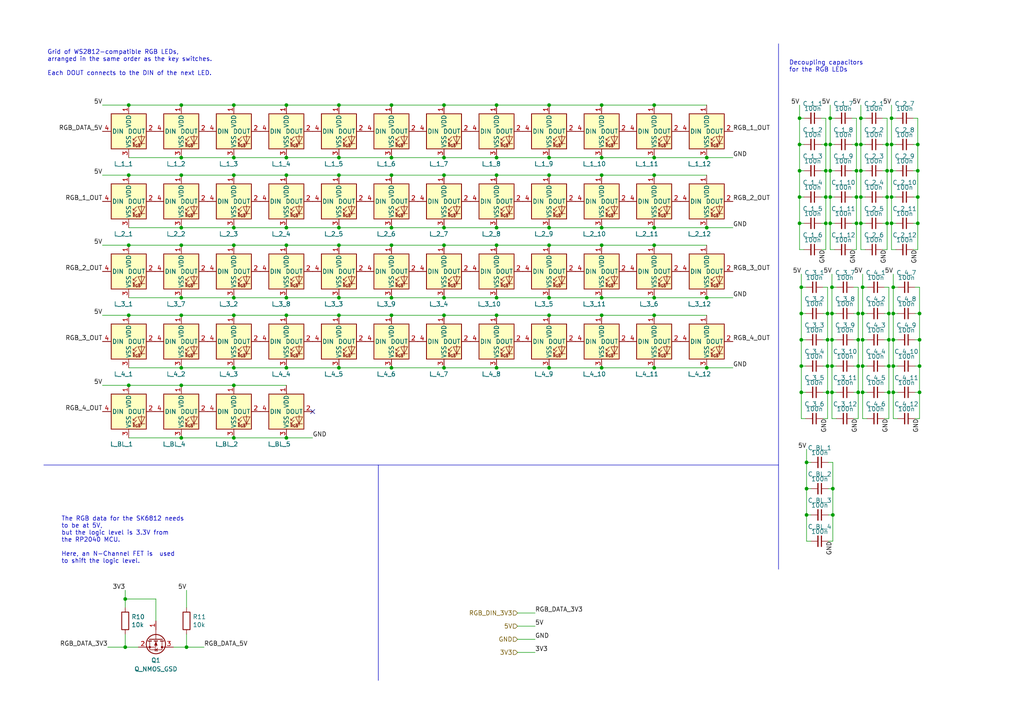
<source format=kicad_sch>
(kicad_sch (version 20230121) (generator eeschema)
  (paper "A4")
  (title_block (title "PyKey40 RP2040") (date "2023-11-06") (rev "2023.1") (company "Richard Goulter"))
  (junction (at 204.978 106.68))
  (junction (at 257.81 90.932))
  (junction (at 258.572 57.15))
  (junction (at 174.498 91.44))
  (junction (at 52.578 91.44))
  (junction (at 257.302 49.53))
  (junction (at 67.818 111.76))
  (junction (at 248.412 64.77))
  (junction (at 128.778 71.12))
  (junction (at 98.298 86.36))
  (junction (at 128.778 50.8))
  (junction (at 52.578 45.72))
  (junction (at 240.03 98.552))
  (junction (at 52.578 106.68))
  (junction (at 266.192 57.15))
  (junction (at 52.578 86.36))
  (junction (at 249.682 41.91))
  (junction (at 54.102 187.706))
  (junction (at 257.81 106.172))
  (junction (at 52.578 127))
  (junction (at 239.522 41.91))
  (junction (at 144.018 71.12))
  (junction (at 239.522 49.53))
  (junction (at 258.572 64.77))
  (junction (at 250.19 113.792))
  (junction (at 174.498 50.8))
  (junction (at 113.538 86.36))
  (junction (at 259.08 83.312))
  (junction (at 231.902 49.53))
  (junction (at 249.682 34.29))
  (junction (at 189.738 66.04))
  (junction (at 239.522 64.77))
  (junction (at 257.81 113.792))
  (junction (at 232.41 113.792))
  (junction (at 241.554 149.352))
  (junction (at 241.3 83.312))
  (junction (at 231.902 64.77))
  (junction (at 248.412 57.15))
  (junction (at 231.902 34.29))
  (junction (at 239.522 57.15))
  (junction (at 189.738 50.8))
  (junction (at 144.018 106.68))
  (junction (at 240.03 90.932))
  (junction (at 232.41 83.312))
  (junction (at 98.298 106.68))
  (junction (at 257.81 98.552))
  (junction (at 266.7 106.172))
  (junction (at 204.978 45.72))
  (junction (at 144.018 45.72))
  (junction (at 248.92 90.932))
  (junction (at 128.778 91.44))
  (junction (at 240.03 106.172))
  (junction (at 259.08 98.552))
  (junction (at 250.19 83.312))
  (junction (at 204.978 66.04))
  (junction (at 83.058 91.44))
  (junction (at 248.92 106.172))
  (junction (at 159.258 106.68))
  (junction (at 67.818 86.36))
  (junction (at 128.778 66.04))
  (junction (at 67.818 30.48))
  (junction (at 174.498 66.04))
  (junction (at 128.778 45.72))
  (junction (at 250.19 90.932))
  (junction (at 189.738 91.44))
  (junction (at 98.298 91.44))
  (junction (at 98.298 45.72))
  (junction (at 232.41 98.552))
  (junction (at 67.818 91.44))
  (junction (at 266.7 90.932))
  (junction (at 258.572 34.29))
  (junction (at 128.778 86.36))
  (junction (at 231.902 41.91))
  (junction (at 37.338 111.76))
  (junction (at 189.738 106.68))
  (junction (at 189.738 86.36))
  (junction (at 232.41 106.172))
  (junction (at 83.058 30.48))
  (junction (at 241.3 98.552))
  (junction (at 204.978 86.36))
  (junction (at 113.538 71.12))
  (junction (at 174.498 30.48))
  (junction (at 174.498 106.68))
  (junction (at 113.538 91.44))
  (junction (at 248.92 113.792))
  (junction (at 240.792 34.29))
  (junction (at 266.192 49.53))
  (junction (at 240.792 49.53))
  (junction (at 37.338 50.8))
  (junction (at 189.738 30.48))
  (junction (at 174.498 86.36))
  (junction (at 83.058 86.36))
  (junction (at 37.338 30.48))
  (junction (at 266.192 41.91))
  (junction (at 113.538 45.72))
  (junction (at 144.018 66.04))
  (junction (at 83.058 66.04))
  (junction (at 113.538 66.04))
  (junction (at 83.058 45.72))
  (junction (at 240.792 64.77))
  (junction (at 257.302 64.77))
  (junction (at 241.3 106.172))
  (junction (at 67.818 50.8))
  (junction (at 159.258 66.04))
  (junction (at 249.682 49.53))
  (junction (at 232.41 90.932))
  (junction (at 240.03 113.792))
  (junction (at 241.3 113.792))
  (junction (at 159.258 86.36))
  (junction (at 144.018 30.48))
  (junction (at 249.682 57.15))
  (junction (at 37.338 91.44))
  (junction (at 52.578 30.48))
  (junction (at 248.412 49.53))
  (junction (at 37.338 71.12))
  (junction (at 189.738 45.72))
  (junction (at 233.934 149.352))
  (junction (at 52.578 111.76))
  (junction (at 159.258 71.12))
  (junction (at 266.7 98.552))
  (junction (at 257.302 41.91))
  (junction (at 258.572 41.91))
  (junction (at 174.498 71.12))
  (junction (at 144.018 86.36))
  (junction (at 113.538 30.48))
  (junction (at 83.058 71.12))
  (junction (at 52.578 50.8))
  (junction (at 52.578 71.12))
  (junction (at 266.192 64.77))
  (junction (at 259.08 90.932))
  (junction (at 67.818 127))
  (junction (at 98.298 30.48))
  (junction (at 248.412 41.91))
  (junction (at 159.258 45.72))
  (junction (at 144.018 50.8))
  (junction (at 83.058 106.68))
  (junction (at 159.258 30.48))
  (junction (at 159.258 91.44))
  (junction (at 259.08 113.792))
  (junction (at 67.818 71.12))
  (junction (at 52.578 66.04))
  (junction (at 241.554 141.732))
  (junction (at 259.08 106.172))
  (junction (at 240.792 41.91))
  (junction (at 36.322 187.706))
  (junction (at 231.902 57.15))
  (junction (at 98.298 71.12))
  (junction (at 233.934 134.112))
  (junction (at 83.058 50.8))
  (junction (at 128.778 30.48))
  (junction (at 128.778 106.68))
  (junction (at 144.018 91.44))
  (junction (at 174.498 45.72))
  (junction (at 189.738 71.12))
  (junction (at 67.818 66.04))
  (junction (at 266.7 113.792))
  (junction (at 257.302 57.15))
  (junction (at 250.19 106.172))
  (junction (at 113.538 106.68))
  (junction (at 258.572 49.53))
  (junction (at 249.682 64.77))
  (junction (at 240.792 57.15))
  (junction (at 67.818 106.68))
  (junction (at 67.818 45.72))
  (junction (at 98.298 50.8))
  (junction (at 36.322 173.736))
  (junction (at 159.258 50.8))
  (junction (at 248.92 98.552))
  (junction (at 233.934 141.732))
  (junction (at 83.058 127))
  (junction (at 241.3 90.932))
  (junction (at 98.298 66.04))
  (junction (at 250.19 98.552))
  (junction (at 113.538 50.8))
  (no_connect (at 90.678 119.38))
  (wire (pts (xy 266.7 113.792) (xy 266.7 121.412)))
  (wire (pts (xy 231.902 57.15) (xy 231.902 49.53)))
  (wire (pts (xy 249.682 64.77) (xy 249.682 57.15)))
  (wire (pts (xy 259.08 113.792) (xy 259.08 106.172)))
  (wire (pts (xy 67.818 111.76) (xy 83.058 111.76)))
  (wire (pts (xy 257.81 106.172) (xy 257.81 113.792)))
  (wire (pts (xy 98.298 86.36) (xy 113.538 86.36)))
  (wire (pts (xy 113.538 30.48) (xy 128.778 30.48)))
  (wire (pts (xy 37.338 66.04) (xy 52.578 66.04)))
  (wire (pts (xy 174.498 86.36) (xy 189.738 86.36)))
  (wire (pts (xy 232.41 113.792) (xy 233.68 113.792)))
  (wire (pts (xy 247.142 41.91) (xy 248.412 41.91)))
  (wire (pts (xy 264.922 49.53) (xy 266.192 49.53)))
  (wire (pts (xy 258.572 34.29) (xy 259.842 34.29)))
  (wire (pts (xy 257.81 113.792) (xy 256.54 113.792)))
  (wire (pts (xy 257.81 98.552) (xy 257.81 106.172)))
  (wire (pts (xy 113.538 45.72) (xy 128.778 45.72)))
  (wire (pts (xy 241.554 141.732) (xy 241.554 149.352)))
  (wire (pts (xy 242.062 72.39) (xy 240.792 72.39)))
  (wire (pts (xy 67.818 127) (xy 83.058 127)))
  (wire (pts (xy 159.258 106.68) (xy 174.498 106.68)))
  (wire (pts (xy 256.54 83.312) (xy 257.81 83.312)))
  (wire (pts (xy 67.818 45.72) (xy 83.058 45.72)))
  (wire (pts (xy 241.554 156.972) (xy 240.284 156.972)))
  (wire (pts (xy 37.338 71.12) (xy 52.578 71.12)))
  (wire (pts (xy 248.92 113.792) (xy 247.65 113.792)))
  (wire (pts (xy 239.522 57.15) (xy 239.522 64.77)))
  (wire (pts (xy 232.41 98.552) (xy 232.41 90.932)))
  (wire (pts (xy 258.572 72.39) (xy 258.572 64.77)))
  (wire (pts (xy 233.934 130.302) (xy 233.934 134.112)))
  (wire (pts (xy 259.08 106.172) (xy 260.35 106.172)))
  (wire (pts (xy 241.3 79.502) (xy 241.3 83.312)))
  (wire (pts (xy 231.902 72.39) (xy 231.902 64.77)))
  (wire (pts (xy 257.81 113.792) (xy 257.81 121.412)))
  (wire (pts (xy 159.258 71.12) (xy 174.498 71.12)))
  (wire (pts (xy 240.03 106.172) (xy 240.03 113.792)))
  (wire (pts (xy 240.03 90.932) (xy 240.03 98.552)))
  (wire (pts (xy 45.212 173.736) (xy 45.212 180.086)))
  (wire (pts (xy 113.538 86.36) (xy 128.778 86.36)))
  (wire (pts (xy 52.578 106.68) (xy 67.818 106.68)))
  (wire (pts (xy 144.018 50.8) (xy 159.258 50.8)))
  (wire (pts (xy 266.192 34.29) (xy 264.922 34.29)))
  (wire (pts (xy 174.498 91.44) (xy 189.738 91.44)))
  (wire (pts (xy 266.7 98.552) (xy 266.7 90.932)))
  (wire (pts (xy 266.7 113.792) (xy 265.43 113.792)))
  (wire (pts (xy 159.258 86.36) (xy 174.498 86.36)))
  (wire (pts (xy 204.978 106.68) (xy 212.598 106.68)))
  (wire (pts (xy 266.7 90.932) (xy 266.7 83.312)))
  (wire (pts (xy 247.142 49.53) (xy 248.412 49.53)))
  (wire (pts (xy 36.322 173.736) (xy 45.212 173.736)))
  (wire (pts (xy 29.718 111.76) (xy 37.338 111.76)))
  (wire (pts (xy 250.19 106.172) (xy 250.19 98.552)))
  (wire (pts (xy 29.718 71.12) (xy 37.338 71.12)))
  (wire (pts (xy 258.572 57.15) (xy 258.572 49.53)))
  (wire (pts (xy 144.018 66.04) (xy 159.258 66.04)))
  (wire (pts (xy 240.792 34.29) (xy 242.062 34.29)))
  (wire (pts (xy 159.258 66.04) (xy 174.498 66.04)))
  (wire (pts (xy 98.298 71.12) (xy 113.538 71.12)))
  (wire (pts (xy 248.412 41.91) (xy 248.412 34.29)))
  (wire (pts (xy 231.902 49.53) (xy 233.172 49.53)))
  (wire (pts (xy 52.578 127) (xy 67.818 127)))
  (wire (pts (xy 240.792 41.91) (xy 242.062 41.91)))
  (wire (pts (xy 248.412 64.77) (xy 247.142 64.77)))
  (wire (pts (xy 98.298 30.48) (xy 113.538 30.48)))
  (wire (pts (xy 265.43 90.932) (xy 266.7 90.932)))
  (wire (pts (xy 98.298 45.72) (xy 113.538 45.72)))
  (wire (pts (xy 231.902 30.48) (xy 231.902 34.29)))
  (wire (pts (xy 249.682 49.53) (xy 249.682 41.91)))
  (wire (pts (xy 266.7 83.312) (xy 265.43 83.312)))
  (wire (pts (xy 258.572 64.77) (xy 258.572 57.15)))
  (wire (pts (xy 144.018 71.12) (xy 159.258 71.12)))
  (wire (pts (xy 266.192 49.53) (xy 266.192 57.15)))
  (wire (pts (xy 248.92 98.552) (xy 248.92 90.932)))
  (wire (pts (xy 250.19 113.792) (xy 250.19 106.172)))
  (wire (pts (xy 248.412 49.53) (xy 248.412 57.15)))
  (wire (pts (xy 250.19 90.932) (xy 250.19 83.312)))
  (wire (pts (xy 189.738 71.12) (xy 204.978 71.12)))
  (wire (pts (xy 240.03 83.312) (xy 240.03 90.932)))
  (wire (pts (xy 36.322 171.196) (xy 36.322 173.736)))
  (wire (pts (xy 37.338 50.8) (xy 52.578 50.8)))
  (wire (pts (xy 249.682 57.15) (xy 249.682 49.53)))
  (wire (pts (xy 248.92 121.412) (xy 247.65 121.412)))
  (wire (pts (xy 98.298 106.68) (xy 113.538 106.68)))
  (wire (pts (xy 241.554 134.112) (xy 241.554 141.732)))
  (wire (pts (xy 248.92 106.172) (xy 248.92 113.792)))
  (wire (pts (xy 240.792 64.77) (xy 240.792 57.15)))
  (wire (pts (xy 257.302 41.91) (xy 257.302 49.53)))
  (wire (pts (xy 150.114 185.42) (xy 155.194 185.42)))
  (wire (pts (xy 250.19 113.792) (xy 251.46 113.792)))
  (wire (pts (xy 231.902 72.39) (xy 233.172 72.39)))
  (wire (pts (xy 159.258 91.44) (xy 174.498 91.44)))
  (wire (pts (xy 36.322 187.706) (xy 31.242 187.706)))
  (wire (pts (xy 233.934 141.732) (xy 233.934 134.112)))
  (wire (pts (xy 189.738 50.8) (xy 204.978 50.8)))
  (wire (pts (xy 83.058 50.8) (xy 98.298 50.8)))
  (wire (pts (xy 239.522 41.91) (xy 238.252 41.91)))
  (wire (pts (xy 83.058 106.68) (xy 98.298 106.68)))
  (wire (pts (xy 98.298 91.44) (xy 113.538 91.44)))
  (wire (pts (xy 239.522 72.39) (xy 238.252 72.39)))
  (wire (pts (xy 67.818 106.68) (xy 83.058 106.68)))
  (wire (pts (xy 239.522 41.91) (xy 239.522 49.53)))
  (wire (pts (xy 128.778 66.04) (xy 144.018 66.04)))
  (wire (pts (xy 232.41 121.412) (xy 233.68 121.412)))
  (wire (pts (xy 249.682 64.77) (xy 250.952 64.77)))
  (wire (pts (xy 250.19 121.412) (xy 251.46 121.412)))
  (wire (pts (xy 266.192 57.15) (xy 266.192 64.77)))
  (wire (pts (xy 128.778 50.8) (xy 144.018 50.8)))
  (wire (pts (xy 240.03 98.552) (xy 240.03 106.172)))
  (wire (pts (xy 247.65 98.552) (xy 248.92 98.552)))
  (wire (pts (xy 266.7 121.412) (xy 265.43 121.412)))
  (wire (pts (xy 256.032 34.29) (xy 257.302 34.29)))
  (wire (pts (xy 174.498 71.12) (xy 189.738 71.12)))
  (wire (pts (xy 257.302 64.77) (xy 257.302 72.39)))
  (wire (pts (xy 232.41 90.932) (xy 232.41 83.312)))
  (wire (pts (xy 248.92 98.552) (xy 248.92 106.172)))
  (wire (pts (xy 67.818 30.48) (xy 83.058 30.48)))
  (wire (pts (xy 259.08 90.932) (xy 259.08 83.312)))
  (wire (pts (xy 159.258 30.48) (xy 174.498 30.48)))
  (wire (pts (xy 83.058 71.12) (xy 98.298 71.12)))
  (wire (pts (xy 258.572 49.53) (xy 259.842 49.53)))
  (wire (pts (xy 37.338 30.48) (xy 52.578 30.48)))
  (wire (pts (xy 54.102 171.196) (xy 54.102 176.276)))
  (wire (pts (xy 189.738 30.48) (xy 204.978 30.48)))
  (wire (pts (xy 144.018 91.44) (xy 159.258 91.44)))
  (wire (pts (xy 257.81 83.312) (xy 257.81 90.932)))
  (wire (pts (xy 250.19 121.412) (xy 250.19 113.792)))
  (wire (pts (xy 239.522 49.53) (xy 239.522 57.15)))
  (wire (pts (xy 144.018 106.68) (xy 159.258 106.68)))
  (wire (pts (xy 265.43 98.552) (xy 266.7 98.552)))
  (wire (pts (xy 240.03 90.932) (xy 238.76 90.932)))
  (wire (pts (xy 231.902 34.29) (xy 233.172 34.29)))
  (wire (pts (xy 37.338 106.68) (xy 52.578 106.68)))
  (wire (pts (xy 259.08 98.552) (xy 259.08 90.932)))
  (wire (pts (xy 240.792 64.77) (xy 242.062 64.77)))
  (wire (pts (xy 37.338 45.72) (xy 52.578 45.72)))
  (wire (pts (xy 258.572 41.91) (xy 259.842 41.91)))
  (wire (pts (xy 54.102 187.706) (xy 54.102 183.896)))
  (wire (pts (xy 241.554 149.352) (xy 241.554 156.972)))
  (wire (pts (xy 258.572 49.53) (xy 258.572 41.91)))
  (wire (pts (xy 241.554 141.732) (xy 240.284 141.732)))
  (wire (pts (xy 150.114 177.8) (xy 155.194 177.8)))
  (wire (pts (xy 257.302 41.91) (xy 256.032 41.91)))
  (polyline (pts (xy 225.806 12.7) (xy 225.806 165.1)))
  (wire (pts (xy 248.412 57.15) (xy 248.412 64.77)))
  (wire (pts (xy 232.41 106.172) (xy 233.68 106.172)))
  (wire (pts (xy 264.922 41.91) (xy 266.192 41.91)))
  (wire (pts (xy 240.03 98.552) (xy 238.76 98.552)))
  (wire (pts (xy 250.19 98.552) (xy 251.46 98.552)))
  (wire (pts (xy 248.412 72.39) (xy 247.142 72.39)))
  (wire (pts (xy 249.682 30.48) (xy 249.682 34.29)))
  (wire (pts (xy 40.132 187.706) (xy 36.322 187.706)))
  (wire (pts (xy 257.302 72.39) (xy 256.032 72.39)))
  (wire (pts (xy 52.578 50.8) (xy 67.818 50.8)))
  (wire (pts (xy 257.302 34.29) (xy 257.302 41.91)))
  (wire (pts (xy 52.578 30.48) (xy 67.818 30.48)))
  (wire (pts (xy 232.41 113.792) (xy 232.41 106.172)))
  (wire (pts (xy 54.102 187.706) (xy 59.182 187.706)))
  (wire (pts (xy 231.902 41.91) (xy 233.172 41.91)))
  (wire (pts (xy 259.08 90.932) (xy 260.35 90.932)))
  (wire (pts (xy 113.538 91.44) (xy 128.778 91.44)))
  (wire (pts (xy 37.338 86.36) (xy 52.578 86.36)))
  (wire (pts (xy 204.978 66.04) (xy 212.598 66.04)))
  (wire (pts (xy 52.578 45.72) (xy 67.818 45.72)))
  (wire (pts (xy 113.538 71.12) (xy 128.778 71.12)))
  (wire (pts (xy 232.41 83.312) (xy 233.68 83.312)))
  (wire (pts (xy 248.412 34.29) (xy 247.142 34.29)))
  (wire (pts (xy 83.058 127) (xy 90.678 127)))
  (wire (pts (xy 174.498 30.48) (xy 189.738 30.48)))
  (wire (pts (xy 248.92 90.932) (xy 248.92 83.312)))
  (wire (pts (xy 240.792 30.48) (xy 240.792 34.29)))
  (wire (pts (xy 233.934 134.112) (xy 235.204 134.112)))
  (wire (pts (xy 36.322 173.736) (xy 36.322 176.276)))
  (wire (pts (xy 50.292 187.706) (xy 54.102 187.706)))
  (wire (pts (xy 52.578 111.76) (xy 67.818 111.76)))
  (wire (pts (xy 36.322 183.896) (xy 36.322 187.706)))
  (wire (pts (xy 232.41 79.502) (xy 232.41 83.312)))
  (wire (pts (xy 240.792 57.15) (xy 240.792 49.53)))
  (wire (pts (xy 266.192 72.39) (xy 264.922 72.39)))
  (wire (pts (xy 257.302 49.53) (xy 256.032 49.53)))
  (wire (pts (xy 240.03 121.412) (xy 238.76 121.412)))
  (wire (pts (xy 240.792 49.53) (xy 242.062 49.53)))
  (wire (pts (xy 37.338 127) (xy 52.578 127)))
  (wire (pts (xy 67.818 91.44) (xy 83.058 91.44)))
  (wire (pts (xy 83.058 91.44) (xy 98.298 91.44)))
  (wire (pts (xy 241.3 98.552) (xy 242.57 98.552)))
  (wire (pts (xy 233.934 156.972) (xy 235.204 156.972)))
  (wire (pts (xy 239.522 49.53) (xy 238.252 49.53)))
  (wire (pts (xy 128.778 86.36) (xy 144.018 86.36)))
  (wire (pts (xy 233.934 149.352) (xy 233.934 141.732)))
  (wire (pts (xy 249.682 41.91) (xy 249.682 34.29)))
  (wire (pts (xy 174.498 50.8) (xy 189.738 50.8)))
  (wire (pts (xy 233.934 149.352) (xy 235.204 149.352)))
  (wire (pts (xy 232.41 106.172) (xy 232.41 98.552)))
  (wire (pts (xy 29.718 30.48) (xy 37.338 30.48)))
  (wire (pts (xy 52.578 91.44) (xy 67.818 91.44)))
  (wire (pts (xy 257.81 90.932) (xy 257.81 98.552)))
  (wire (pts (xy 240.03 106.172) (xy 238.76 106.172)))
  (wire (pts (xy 37.338 91.44) (xy 52.578 91.44)))
  (wire (pts (xy 83.058 86.36) (xy 98.298 86.36)))
  (wire (pts (xy 150.114 181.61) (xy 155.194 181.61)))
  (wire (pts (xy 144.018 45.72) (xy 159.258 45.72)))
  (wire (pts (xy 241.3 121.412) (xy 241.3 113.792)))
  (wire (pts (xy 239.522 64.77) (xy 239.522 72.39)))
  (wire (pts (xy 238.252 34.29) (xy 239.522 34.29)))
  (wire (pts (xy 247.142 57.15) (xy 248.412 57.15)))
  (wire (pts (xy 37.338 111.76) (xy 52.578 111.76)))
  (wire (pts (xy 233.934 156.972) (xy 233.934 149.352)))
  (wire (pts (xy 257.302 57.15) (xy 257.302 64.77)))
  (wire (pts (xy 257.81 106.172) (xy 256.54 106.172)))
  (wire (pts (xy 174.498 66.04) (xy 189.738 66.04)))
  (wire (pts (xy 231.902 57.15) (xy 233.172 57.15)))
  (wire (pts (xy 128.778 91.44) (xy 144.018 91.44)))
  (wire (pts (xy 189.738 66.04) (xy 204.978 66.04)))
  (wire (pts (xy 98.298 50.8) (xy 113.538 50.8)))
  (wire (pts (xy 128.778 30.48) (xy 144.018 30.48)))
  (wire (pts (xy 150.114 189.23) (xy 155.194 189.23)))
  (wire (pts (xy 247.65 90.932) (xy 248.92 90.932)))
  (wire (pts (xy 249.682 41.91) (xy 250.952 41.91)))
  (wire (pts (xy 264.922 57.15) (xy 266.192 57.15)))
  (wire (pts (xy 259.08 113.792) (xy 260.35 113.792)))
  (wire (pts (xy 128.778 106.68) (xy 144.018 106.68)))
  (wire (pts (xy 265.43 106.172) (xy 266.7 106.172)))
  (wire (pts (xy 174.498 45.72) (xy 189.738 45.72)))
  (wire (pts (xy 239.522 64.77) (xy 238.252 64.77)))
  (wire (pts (xy 67.818 66.04) (xy 83.058 66.04)))
  (polyline (pts (xy 109.728 134.874) (xy 109.728 197.358)))
  (wire (pts (xy 128.778 71.12) (xy 144.018 71.12)))
  (wire (pts (xy 257.81 121.412) (xy 256.54 121.412)))
  (wire (pts (xy 266.192 64.77) (xy 266.192 72.39)))
  (wire (pts (xy 67.818 86.36) (xy 83.058 86.36)))
  (wire (pts (xy 144.018 86.36) (xy 159.258 86.36)))
  (wire (pts (xy 249.682 72.39) (xy 249.682 64.77)))
  (wire (pts (xy 259.08 106.172) (xy 259.08 98.552)))
  (wire (pts (xy 231.902 64.77) (xy 231.902 57.15)))
  (wire (pts (xy 259.08 83.312) (xy 260.35 83.312)))
  (wire (pts (xy 241.554 149.352) (xy 240.284 149.352)))
  (wire (pts (xy 174.498 106.68) (xy 189.738 106.68)))
  (wire (pts (xy 232.41 121.412) (xy 232.41 113.792)))
  (wire (pts (xy 257.81 98.552) (xy 256.54 98.552)))
  (wire (pts (xy 231.902 49.53) (xy 231.902 41.91)))
  (wire (pts (xy 189.738 45.72) (xy 204.978 45.72)))
  (polyline (pts (xy 12.7 134.874) (xy 225.806 134.874)))
  (wire (pts (xy 67.818 71.12) (xy 83.058 71.12)))
  (wire (pts (xy 67.818 50.8) (xy 83.058 50.8)))
  (wire (pts (xy 113.538 50.8) (xy 128.778 50.8)))
  (wire (pts (xy 159.258 45.72) (xy 174.498 45.72)))
  (wire (pts (xy 258.572 57.15) (xy 259.842 57.15)))
  (wire (pts (xy 29.718 50.8) (xy 37.338 50.8)))
  (wire (pts (xy 248.92 83.312) (xy 247.65 83.312)))
  (wire (pts (xy 231.902 41.91) (xy 231.902 34.29)))
  (wire (pts (xy 83.058 45.72) (xy 98.298 45.72)))
  (wire (pts (xy 250.19 83.312) (xy 251.46 83.312)))
  (wire (pts (xy 241.3 113.792) (xy 241.3 106.172)))
  (wire (pts (xy 247.65 106.172) (xy 248.92 106.172)))
  (wire (pts (xy 232.41 98.552) (xy 233.68 98.552)))
  (wire (pts (xy 144.018 30.48) (xy 159.258 30.48)))
  (wire (pts (xy 241.3 90.932) (xy 242.57 90.932)))
  (wire (pts (xy 189.738 91.44) (xy 204.978 91.44)))
  (wire (pts (xy 240.03 113.792) (xy 240.03 121.412)))
  (wire (pts (xy 249.682 49.53) (xy 250.952 49.53)))
  (wire (pts (xy 83.058 30.48) (xy 98.298 30.48)))
  (wire (pts (xy 260.35 121.412) (xy 259.08 121.412)))
  (wire (pts (xy 248.412 49.53) (xy 248.412 41.91)))
  (wire (pts (xy 239.522 34.29) (xy 239.522 41.91)))
  (wire (pts (xy 241.3 113.792) (xy 242.57 113.792)))
  (wire (pts (xy 240.792 57.15) (xy 242.062 57.15)))
  (wire (pts (xy 266.192 64.77) (xy 264.922 64.77)))
  (wire (pts (xy 258.572 64.77) (xy 259.842 64.77)))
  (wire (pts (xy 249.682 72.39) (xy 250.952 72.39)))
  (wire (pts (xy 83.058 66.04) (xy 98.298 66.04)))
  (wire (pts (xy 250.19 98.552) (xy 250.19 90.932)))
  (wire (pts (xy 52.578 71.12) (xy 67.818 71.12)))
  (wire (pts (xy 259.08 121.412) (xy 259.08 113.792)))
  (wire (pts (xy 128.778 45.72) (xy 144.018 45.72)))
  (wire (pts (xy 232.41 90.932) (xy 233.68 90.932)))
  (wire (pts (xy 98.298 66.04) (xy 113.538 66.04)))
  (wire (pts (xy 52.578 66.04) (xy 67.818 66.04)))
  (wire (pts (xy 257.302 64.77) (xy 256.032 64.77)))
  (wire (pts (xy 257.302 49.53) (xy 257.302 57.15)))
  (wire (pts (xy 113.538 66.04) (xy 128.778 66.04)))
  (wire (pts (xy 189.738 86.36) (xy 204.978 86.36)))
  (wire (pts (xy 257.302 57.15) (xy 256.032 57.15)))
  (wire (pts (xy 240.03 113.792) (xy 238.76 113.792)))
  (wire (pts (xy 29.718 91.44) (xy 37.338 91.44)))
  (wire (pts (xy 249.682 57.15) (xy 250.952 57.15)))
  (wire (pts (xy 240.792 41.91) (xy 240.792 34.29)))
  (wire (pts (xy 240.284 134.112) (xy 241.554 134.112)))
  (wire (pts (xy 240.792 49.53) (xy 240.792 41.91)))
  (wire (pts (xy 258.572 41.91) (xy 258.572 34.29)))
  (wire (pts (xy 204.978 45.72) (xy 212.598 45.72)))
  (wire (pts (xy 250.19 106.172) (xy 251.46 106.172)))
  (wire (pts (xy 239.522 57.15) (xy 238.252 57.15)))
  (wire (pts (xy 204.978 86.36) (xy 212.598 86.36)))
  (wire (pts (xy 241.3 90.932) (xy 241.3 83.312)))
  (wire (pts (xy 240.792 72.39) (xy 240.792 64.77)))
  (wire (pts (xy 241.3 106.172) (xy 241.3 98.552)))
  (wire (pts (xy 266.7 98.552) (xy 266.7 106.172)))
  (wire (pts (xy 241.3 106.172) (xy 242.57 106.172)))
  (wire (pts (xy 248.412 64.77) (xy 248.412 72.39)))
  (wire (pts (xy 249.682 34.29) (xy 250.952 34.29)))
  (wire (pts (xy 233.934 141.732) (xy 235.204 141.732)))
  (wire (pts (xy 242.57 121.412) (xy 241.3 121.412)))
  (wire (pts (xy 250.19 79.502) (xy 250.19 83.312)))
  (wire (pts (xy 231.902 64.77) (xy 233.172 64.77)))
  (wire (pts (xy 250.19 90.932) (xy 251.46 90.932)))
  (wire (pts (xy 258.572 30.48) (xy 258.572 34.29)))
  (wire (pts (xy 52.578 86.36) (xy 67.818 86.36)))
  (wire (pts (xy 266.192 41.91) (xy 266.192 34.29)))
  (wire (pts (xy 189.738 106.68) (xy 204.978 106.68)))
  (wire (pts (xy 159.258 50.8) (xy 174.498 50.8)))
  (wire (pts (xy 259.08 79.502) (xy 259.08 83.312)))
  (wire (pts (xy 259.08 98.552) (xy 260.35 98.552)))
  (wire (pts (xy 257.81 90.932) (xy 256.54 90.932)))
  (wire (pts (xy 248.92 113.792) (xy 248.92 121.412)))
  (wire (pts (xy 259.842 72.39) (xy 258.572 72.39)))
  (wire (pts (xy 266.192 49.53) (xy 266.192 41.91)))
  (wire (pts (xy 241.3 98.552) (xy 241.3 90.932)))
  (wire (pts (xy 266.7 106.172) (xy 266.7 113.792)))
  (wire (pts (xy 241.3 83.312) (xy 242.57 83.312)))
  (wire (pts (xy 113.538 106.68) (xy 128.778 106.68)))
  (wire (pts (xy 238.76 83.312) (xy 240.03 83.312)))
  (text "Grid of WS2812-compatible RGB LEDs,\narranged in the same order as the key switches.\n\nEach DOUT connects to the DIN of the next LED." (at 13.716 22.098 0) (effects (font (size 1.27 1.27)) (justify left bottom)))
  (text "Decoupling capacitors\nfor the RGB LEDs" (at 228.854 21.082 0) (effects (font (size 1.27 1.27)) (justify left bottom)))
  (text "The RGB data for the SK6812 needs\nto be at 5V,\nbut the logic level is 3.3V from\nthe RP2040 MCU.\n\nHere, an N-Channel FET is  used\nto shift the logic level." (at 17.78 163.576 0) (effects (font (size 1.27 1.27)) (justify left bottom)))
  (label "5V" (at 29.718 71.12 180))
  (label "GND" (at 257.302 72.39 270))
  (label "GND" (at 212.598 45.72 0))
  (label "3V3" (at 36.322 171.196 180))
  (label "RGB_DATA_5V" (at 29.718 38.1 180))
  (label "RGB_4_OUT" (at 212.598 99.06 0))
  (label "RGB_1_OUT" (at 212.598 38.1 0))
  (label "RGB_4_OUT" (at 29.718 119.38 180))
  (label "5V" (at 29.718 91.44 180))
  (label "GND" (at 241.554 156.972 270))
  (label "RGB_DATA_3V3" (at 31.242 187.706 180))
  (label "GND" (at 240.03 121.412 270))
  (label "RGB_DATA_3V3" (at 155.194 177.8 0))
  (label "5V" (at 240.792 30.48 180))
  (label "5V" (at 29.718 111.76 180))
  (label "RGB_1_OUT" (at 29.718 58.42 180))
  (label "GND" (at 248.92 121.412 270))
  (label "GND" (at 239.522 72.39 270))
  (label "GND" (at 266.192 72.39 270))
  (label "5V" (at 29.718 50.8 180))
  (label "5V" (at 249.682 30.48 180))
  (label "5V" (at 233.934 130.302 180))
  (label "5V" (at 29.718 30.48 180))
  (label "GND" (at 212.598 66.04 0))
  (label "5V" (at 231.902 30.48 180))
  (label "RGB_2_OUT" (at 29.718 78.74 180))
  (label "5V" (at 54.102 171.196 180))
  (label "GND" (at 212.598 86.36 0))
  (label "GND" (at 90.678 127 0))
  (label "5V" (at 232.41 79.502 180))
  (label "RGB_2_OUT" (at 212.598 58.42 0))
  (label "RGB_3_OUT" (at 29.718 99.06 180))
  (label "RGB_DATA_5V" (at 59.182 187.706 0))
  (label "5V" (at 250.19 79.502 180))
  (label "GND" (at 155.194 185.42 0))
  (label "5V" (at 258.572 30.48 180))
  (label "5V" (at 155.194 181.61 0))
  (label "GND" (at 248.412 72.39 270))
  (label "GND" (at 212.598 106.68 0))
  (label "3V3" (at 155.194 189.23 0))
  (label "GND" (at 257.81 121.412 270))
  (label "5V" (at 259.08 79.502 180))
  (label "RGB_3_OUT" (at 212.598 78.74 0))
  (label "5V" (at 241.3 79.502 180))
  (label "GND" (at 266.7 121.412 270))
  (hierarchical_label "5V" (shape input) (at 150.114 181.61 180))
  (hierarchical_label "3V3" (shape input) (at 150.114 189.23 180))
  (hierarchical_label "GND" (shape input) (at 150.114 185.42 180))
  (hierarchical_label "RGB_DIN_3V3" (shape input) (at 150.114 177.8 180))
  (symbol (lib_id "LED:WS2812B") (at 83.058 58.42 0) (unit 1)
    (property "Reference" "L_2_4" (at 84.328 68.58 0) (effects (justify right bottom)))
    (property "Value" "SK6812" (effects hide))
    (property "Footprint" "ProjectLocal:SK6812-MINI-E" (effects hide))
    (property "Datasheet" "https://cdn-shop.adafruit.com/datasheets/WS2812B.pdf" (effects hide))
    (property "Description" "RGB LED" (effects hide))
    (property "LCSC" "C5149201" (effects hide))
  )
  (symbol (lib_id "Device:C_Small") (at 262.89 83.312 270) (unit 1)
    (property "Reference" "C_4_7" (at 262.89 79.8322 90) (effects (justify bottom)))
    (property "Value" "100n" (at 262.89 79.8068 90) (effects (justify top)))
    (property "Footprint" "Capacitor_SMD:C_0603_1608Metric" (effects hide))
    (property "Description" "Capacitor (Through-hole or 0805)" (effects hide))
    (property "LCSC" "C14663" (effects hide))
  )
  (symbol (lib_id "Device:C_Small") (at 262.89 113.792 270) (unit 1)
    (property "Reference" "C_4_11" (at 262.89 110.3122 90) (effects (justify bottom)))
    (property "Value" "100n" (at 262.89 110.2868 90) (effects (justify top)))
    (property "Footprint" "Capacitor_SMD:C_0603_1608Metric" (effects hide))
    (property "Description" "Capacitor (Through-hole or 0805)" (effects hide))
    (property "LCSC" "C14663" (effects hide))
  )
  (symbol (lib_id "Device:C_Small") (at 244.602 41.91 270) (unit 1)
    (property "Reference" "C_1_8" (at 244.602 38.4302 90) (effects (justify bottom)))
    (property "Value" "100n" (at 244.602 38.4048 90) (effects (justify top)))
    (property "Footprint" "Capacitor_SMD:C_0603_1608Metric" (effects hide))
    (property "Description" "Capacitor (Through-hole or 0805)" (effects hide))
    (property "LCSC" "C14663" (effects hide))
  )
  (symbol (lib_id "LED:WS2812B") (at 98.298 78.74 0) (unit 1)
    (property "Reference" "L_3_3" (at 99.568 88.9 0) (effects (justify right bottom)))
    (property "Value" "SK6812" (effects hide))
    (property "Footprint" "ProjectLocal:SK6812-MINI-E" (effects hide))
    (property "Datasheet" "https://cdn-shop.adafruit.com/datasheets/WS2812B.pdf" (effects hide))
    (property "Description" "RGB LED" (effects hide))
    (property "LCSC" "C5149201" (effects hide))
    (instances (project "keyboard-x2-lumberjack-arm-hsrgb" (path "" (reference "L_3_3") (unit 1))) (project "PyKey40-HS" (path "" (reference "L_3_5") (unit 1))))
  )
  (symbol (lib_id "LED:WS2812B") (at 37.338 58.42 0) (unit 1)
    (property "Reference" "L_2_1" (at 38.608 68.58 0) (effects (justify right bottom)))
    (property "Value" "SK6812" (effects hide))
    (property "Footprint" "ProjectLocal:SK6812-MINI-E" (effects hide))
    (property "Datasheet" "https://cdn-shop.adafruit.com/datasheets/WS2812B.pdf" (effects hide))
    (property "Description" "RGB LED" (effects hide))
    (property "LCSC" "C5149201" (effects hide))
  )
  (symbol (lib_id "Device:C_Small") (at 235.712 72.39 270) (unit 1)
    (property "Reference" "C_1_6" (at 235.712 68.9102 90) (effects (justify bottom)))
    (property "Value" "100n" (at 235.712 68.8848 90) (effects (justify top)))
    (property "Footprint" "Capacitor_SMD:C_0603_1608Metric" (effects hide))
    (property "Description" "Capacitor (Through-hole or 0805)" (effects hide))
    (property "LCSC" "C14663" (effects hide))
  )
  (symbol (lib_id "LED:WS2812B") (at 113.538 99.06 0) (unit 1)
    (property "Reference" "L_4_6" (at 114.808 109.22 0) (effects (justify right bottom)))
    (property "Value" "SK6812" (effects hide))
    (property "Footprint" "ProjectLocal:SK6812-MINI-E" (effects hide))
    (property "Datasheet" "https://cdn-shop.adafruit.com/datasheets/WS2812B.pdf" (effects hide))
    (property "Description" "RGB LED" (effects hide))
    (property "LCSC" "C5149201" (effects hide))
  )
  (symbol (lib_id "LED:WS2812B") (at 52.578 38.1 0) (unit 1)
    (property "Reference" "L_1_2" (at 53.848 48.26 0) (effects (justify right bottom)))
    (property "Value" "SK6812" (effects hide))
    (property "Footprint" "ProjectLocal:SK6812-MINI-E" (effects hide))
    (property "Datasheet" "https://cdn-shop.adafruit.com/datasheets/WS2812B.pdf" (effects hide))
    (property "Description" "RGB LED" (effects hide))
    (property "LCSC" "C5149201" (effects hide))
  )
  (symbol (lib_id "Device:C_Small") (at 253.492 41.91 270) (unit 1)
    (property "Reference" "C_2_2" (at 253.492 38.4302 90) (effects (justify bottom)))
    (property "Value" "100n" (at 253.492 38.4048 90) (effects (justify top)))
    (property "Footprint" "Capacitor_SMD:C_0603_1608Metric" (effects hide))
    (property "Description" "Capacitor (Through-hole or 0805)" (effects hide))
    (property "LCSC" "C14663" (effects hide))
  )
  (symbol (lib_id "Device:C_Small") (at 236.22 113.792 270) (unit 1)
    (property "Reference" "C_3_5" (at 236.22 110.3122 90) (effects (justify bottom)))
    (property "Value" "100n" (at 236.22 110.2868 90) (effects (justify top)))
    (property "Footprint" "Capacitor_SMD:C_0603_1608Metric" (effects hide))
    (property "Description" "Capacitor (Through-hole or 0805)" (effects hide))
    (property "LCSC" "C14663" (effects hide))
  )
  (symbol (lib_id "Device:C_Small") (at 262.382 34.29 270) (unit 1)
    (property "Reference" "C_2_7" (at 262.382 30.8102 90) (effects (justify bottom)))
    (property "Value" "100n" (at 262.382 30.7848 90) (effects (justify top)))
    (property "Footprint" "Capacitor_SMD:C_0603_1608Metric" (effects hide))
    (property "Description" "Capacitor (Through-hole or 0805)" (effects hide))
    (property "LCSC" "C14663" (effects hide))
  )
  (symbol (lib_id "LED:WS2812B") (at 144.018 58.42 0) (unit 1)
    (property "Reference" "L_2_8" (at 145.288 68.58 0) (effects (justify right bottom)))
    (property "Value" "SK6812" (effects hide))
    (property "Footprint" "ProjectLocal:SK6812-MINI-E" (effects hide))
    (property "Datasheet" "https://cdn-shop.adafruit.com/datasheets/WS2812B.pdf" (effects hide))
    (property "Description" "RGB LED" (effects hide))
    (property "LCSC" "C5149201" (effects hide))
  )
  (symbol (lib_id "Device:C_Small") (at 237.744 149.352 270) (unit 1)
    (property "Reference" "C_BL_3" (at 237.744 145.8722 90) (effects (justify bottom)))
    (property "Value" "100n" (at 237.744 145.8468 90) (effects (justify top)))
    (property "Footprint" "Capacitor_SMD:C_0603_1608Metric" (effects hide))
    (property "Description" "Capacitor (Through-hole or 0805)" (effects hide))
    (property "LCSC" "C14663" (effects hide))
  )
  (symbol (lib_id "Device:C_Small") (at 235.712 34.29 270) (unit 1)
    (property "Reference" "C_1_1" (at 235.712 30.8102 90) (effects (justify bottom)))
    (property "Value" "100n" (at 235.712 30.7848 90) (effects (justify top)))
    (property "Footprint" "Capacitor_SMD:C_0603_1608Metric" (effects hide))
    (property "Description" "Capacitor (Through-hole or 0805)" (effects hide))
    (property "LCSC" "C14663" (effects hide))
  )
  (symbol (lib_id "Device:C_Small") (at 236.22 83.312 270) (unit 1)
    (property "Reference" "C_3_1" (at 236.22 79.8322 90) (effects (justify bottom)))
    (property "Value" "100n" (at 236.22 79.8068 90) (effects (justify top)))
    (property "Footprint" "Capacitor_SMD:C_0603_1608Metric" (effects hide))
    (property "Description" "Capacitor (Through-hole or 0805)" (effects hide))
    (property "LCSC" "C14663" (effects hide))
  )
  (symbol (lib_id "Device:R") (at 54.102 180.086 0) (unit 1)
    (property "Reference" "R11" (at 55.88 178.9176 0) (effects (justify left)))
    (property "Value" "10k" (at 55.88 181.229 0) (effects (justify left)))
    (property "Footprint" "Resistor_SMD:R_0603_1608Metric" (effects hide))
    (property "LCSC" "C25804" (effects hide))
    (instances (project "PyKey40-HS" (path "" (reference "R11") (unit 1))) (project "logic-level-shifting-3v3-to-5v-using-fet" (path "" (reference "R2") (unit 1))))
  )
  (symbol (lib_id "Device:C_Small") (at 262.89 98.552 270) (unit 1)
    (property "Reference" "C_4_9" (at 262.89 95.0722 90) (effects (justify bottom)))
    (property "Value" "100n" (at 262.89 95.0468 90) (effects (justify top)))
    (property "Footprint" "Capacitor_SMD:C_0603_1608Metric" (effects hide))
    (property "Description" "Capacitor (Through-hole or 0805)" (effects hide))
    (property "LCSC" "C14663" (effects hide))
  )
  (symbol (lib_id "Device:C_Small") (at 253.492 72.39 270) (unit 1)
    (property "Reference" "C_2_6" (at 253.492 68.9102 90) (effects (justify bottom)))
    (property "Value" "100n" (at 253.492 68.8848 90) (effects (justify top)))
    (property "Footprint" "Capacitor_SMD:C_0603_1608Metric" (effects hide))
    (property "Description" "Capacitor (Through-hole or 0805)" (effects hide))
    (property "LCSC" "C14663" (effects hide))
  )
  (symbol (lib_id "LED:WS2812B") (at 113.538 38.1 0) (unit 1)
    (property "Reference" "L_1_6" (at 114.808 48.26 0) (effects (justify right bottom)))
    (property "Value" "SK6812" (effects hide))
    (property "Footprint" "ProjectLocal:SK6812-MINI-E" (effects hide))
    (property "Datasheet" "https://cdn-shop.adafruit.com/datasheets/WS2812B.pdf" (effects hide))
    (property "Description" "RGB LED" (effects hide))
    (property "LCSC" "C5149201" (effects hide))
  )
  (symbol (lib_id "Device:C_Small") (at 237.744 141.732 270) (unit 1)
    (property "Reference" "C_BL_2" (at 237.744 138.2522 90) (effects (justify bottom)))
    (property "Value" "100n" (at 237.744 138.2268 90) (effects (justify top)))
    (property "Footprint" "Capacitor_SMD:C_0603_1608Metric" (effects hide))
    (property "Description" "Capacitor (Through-hole or 0805)" (effects hide))
    (property "LCSC" "C14663" (effects hide))
  )
  (symbol (lib_id "LED:WS2812B") (at 204.978 58.42 0) (unit 1)
    (property "Reference" "L_2_12" (at 206.248 68.58 0) (effects (justify right bottom)))
    (property "Value" "SK6812" (effects hide))
    (property "Footprint" "ProjectLocal:SK6812-MINI-E" (effects hide))
    (property "Datasheet" "https://cdn-shop.adafruit.com/datasheets/WS2812B.pdf" (effects hide))
    (property "Description" "RGB LED" (effects hide))
    (property "LCSC" "C5149201" (effects hide))
  )
  (symbol (lib_id "LED:WS2812B") (at 67.818 58.42 0) (unit 1)
    (property "Reference" "L_2_3" (at 69.088 68.58 0) (effects (justify right bottom)))
    (property "Value" "SK6812" (effects hide))
    (property "Footprint" "ProjectLocal:SK6812-MINI-E" (effects hide))
    (property "Datasheet" "https://cdn-shop.adafruit.com/datasheets/WS2812B.pdf" (effects hide))
    (property "Description" "RGB LED" (effects hide))
    (property "LCSC" "C5149201" (effects hide))
  )
  (symbol (lib_id "LED:WS2812B") (at 204.978 38.1 0) (unit 1)
    (property "Reference" "L_1_12" (at 206.248 48.26 0) (effects (justify right bottom)))
    (property "Value" "SK6812" (effects hide))
    (property "Footprint" "ProjectLocal:SK6812-MINI-E" (effects hide))
    (property "Datasheet" "https://cdn-shop.adafruit.com/datasheets/WS2812B.pdf" (effects hide))
    (property "Description" "RGB LED" (effects hide))
    (property "LCSC" "C5149201" (effects hide))
  )
  (symbol (lib_id "Device:C_Small") (at 235.712 64.77 270) (unit 1)
    (property "Reference" "C_1_5" (at 235.712 61.2902 90) (effects (justify bottom)))
    (property "Value" "100n" (at 235.712 61.2648 90) (effects (justify top)))
    (property "Footprint" "Capacitor_SMD:C_0603_1608Metric" (effects hide))
    (property "Description" "Capacitor (Through-hole or 0805)" (effects hide))
    (property "LCSC" "C14663" (effects hide))
  )
  (symbol (lib_id "Device:C_Small") (at 262.382 72.39 270) (unit 1)
    (property "Reference" "C_2_12" (at 262.382 68.9102 90) (effects (justify bottom)))
    (property "Value" "100n" (at 262.382 68.8848 90) (effects (justify top)))
    (property "Footprint" "Capacitor_SMD:C_0603_1608Metric" (effects hide))
    (property "Description" "Capacitor (Through-hole or 0805)" (effects hide))
    (property "LCSC" "C14663" (effects hide))
  )
  (symbol (lib_id "LED:WS2812B") (at 144.018 78.74 0) (unit 1)
    (property "Reference" "L_3_10" (at 145.288 88.9 0) (effects (justify right bottom)))
    (property "Value" "SK6812" (effects hide))
    (property "Footprint" "ProjectLocal:SK6812-MINI-E" (effects hide))
    (property "Datasheet" "https://cdn-shop.adafruit.com/datasheets/WS2812B.pdf" (effects hide))
    (property "Description" "RGB LED" (effects hide))
    (property "LCSC" "C5149201" (effects hide))
    (instances (project "keyboard-x2-lumberjack-arm-hsrgb" (path "" (reference "L_3_10") (unit 1))) (project "PyKey40-HS" (path "" (reference "L_3_8") (unit 1))))
  )
  (symbol (lib_id "LED:WS2812B") (at 52.578 119.38 0) (unit 1)
    (property "Reference" "L_BL_4" (at 53.848 129.54 0) (effects (justify right bottom)))
    (property "Value" "SK6812" (effects hide))
    (property "Footprint" "ProjectLocal:LED_WS2812B_PLCC4_5.0x5.0mm_P3.2mm" (effects hide))
    (property "Datasheet" "https://cdn-shop.adafruit.com/datasheets/WS2812B.pdf" (effects hide))
    (property "Description" "RGB LED" (effects hide))
    (property "LCSC" "C2843785" (effects hide))
    (instances (project "keyboard-x2-lumberjack-arm-hsrgb" (path "" (reference "L_BL_4") (unit 1))) (project "PyKey40-HS" (path "" (reference "L_BL_2") (unit 1))))
  )
  (symbol (lib_id "Device:C_Small") (at 236.22 106.172 270) (unit 1)
    (property "Reference" "C_3_4" (at 236.22 102.6922 90) (effects (justify bottom)))
    (property "Value" "100n" (at 236.22 102.6668 90) (effects (justify top)))
    (property "Footprint" "Capacitor_SMD:C_0603_1608Metric" (effects hide))
    (property "Description" "Capacitor (Through-hole or 0805)" (effects hide))
    (property "LCSC" "C14663" (effects hide))
  )
  (symbol (lib_id "Device:C_Small") (at 262.89 106.172 270) (unit 1)
    (property "Reference" "C_4_10" (at 262.89 102.6922 90) (effects (justify bottom)))
    (property "Value" "100n" (at 262.89 102.6668 90) (effects (justify top)))
    (property "Footprint" "Capacitor_SMD:C_0603_1608Metric" (effects hide))
    (property "Description" "Capacitor (Through-hole or 0805)" (effects hide))
    (property "LCSC" "C14663" (effects hide))
  )
  (symbol (lib_id "LED:WS2812B") (at 113.538 58.42 0) (unit 1)
    (property "Reference" "L_2_6" (at 114.808 68.58 0) (effects (justify right bottom)))
    (property "Value" "SK6812" (effects hide))
    (property "Footprint" "ProjectLocal:SK6812-MINI-E" (effects hide))
    (property "Datasheet" "https://cdn-shop.adafruit.com/datasheets/WS2812B.pdf" (effects hide))
    (property "Description" "RGB LED" (effects hide))
    (property "LCSC" "C5149201" (effects hide))
  )
  (symbol (lib_id "LED:WS2812B") (at 67.818 78.74 0) (unit 1)
    (property "Reference" "L_3_2" (at 69.088 88.9 0) (effects (justify right bottom)))
    (property "Value" "SK6812" (effects hide))
    (property "Footprint" "ProjectLocal:SK6812-MINI-E" (effects hide))
    (property "Datasheet" "https://cdn-shop.adafruit.com/datasheets/WS2812B.pdf" (effects hide))
    (property "Description" "RGB LED" (effects hide))
    (property "LCSC" "C5149201" (effects hide))
    (instances (project "keyboard-x2-lumberjack-arm-hsrgb" (path "" (reference "L_3_2") (unit 1))) (project "PyKey40-HS" (path "" (reference "L_3_3") (unit 1))))
  )
  (symbol (lib_id "LED:WS2812B") (at 98.298 38.1 0) (unit 1)
    (property "Reference" "L_1_5" (at 99.568 48.26 0) (effects (justify right bottom)))
    (property "Value" "SK6812" (effects hide))
    (property "Footprint" "ProjectLocal:SK6812-MINI-E" (effects hide))
    (property "Datasheet" "https://cdn-shop.adafruit.com/datasheets/WS2812B.pdf" (effects hide))
    (property "Description" "RGB LED" (effects hide))
    (property "LCSC" "C5149201" (effects hide))
  )
  (symbol (lib_id "Device:C_Small") (at 254 113.792 270) (unit 1)
    (property "Reference" "C_4_5" (at 254 110.3122 90) (effects (justify bottom)))
    (property "Value" "100n" (at 254 110.2868 90) (effects (justify top)))
    (property "Footprint" "Capacitor_SMD:C_0603_1608Metric" (effects hide))
    (property "Description" "Capacitor (Through-hole or 0805)" (effects hide))
    (property "LCSC" "C14663" (effects hide))
  )
  (symbol (lib_id "Device:C_Small") (at 236.22 90.932 270) (unit 1)
    (property "Reference" "C_3_2" (at 236.22 87.4522 90) (effects (justify bottom)))
    (property "Value" "100n" (at 236.22 87.4268 90) (effects (justify top)))
    (property "Footprint" "Capacitor_SMD:C_0603_1608Metric" (effects hide))
    (property "Description" "Capacitor (Through-hole or 0805)" (effects hide))
    (property "LCSC" "C14663" (effects hide))
  )
  (symbol (lib_id "LED:WS2812B") (at 189.738 99.06 0) (unit 1)
    (property "Reference" "L_4_11" (at 191.008 109.22 0) (effects (justify right bottom)))
    (property "Value" "SK6812" (effects hide))
    (property "Footprint" "ProjectLocal:SK6812-MINI-E" (effects hide))
    (property "Datasheet" "https://cdn-shop.adafruit.com/datasheets/WS2812B.pdf" (effects hide))
    (property "Description" "RGB LED" (effects hide))
    (property "LCSC" "C5149201" (effects hide))
  )
  (symbol (lib_id "Device:C_Small") (at 244.602 64.77 270) (unit 1)
    (property "Reference" "C_1_11" (at 244.602 61.2902 90) (effects (justify bottom)))
    (property "Value" "100n" (at 244.602 61.2648 90) (effects (justify top)))
    (property "Footprint" "Capacitor_SMD:C_0603_1608Metric" (effects hide))
    (property "Description" "Capacitor (Through-hole or 0805)" (effects hide))
    (property "LCSC" "C14663" (effects hide))
  )
  (symbol (lib_id "Device:C_Small") (at 235.712 49.53 270) (unit 1)
    (property "Reference" "C_1_3" (at 235.712 46.0502 90) (effects (justify bottom)))
    (property "Value" "100n" (at 235.712 46.0248 90) (effects (justify top)))
    (property "Footprint" "Capacitor_SMD:C_0603_1608Metric" (effects hide))
    (property "Description" "Capacitor (Through-hole or 0805)" (effects hide))
    (property "LCSC" "C14663" (effects hide))
  )
  (symbol (lib_id "LED:WS2812B") (at 174.498 99.06 0) (unit 1)
    (property "Reference" "L_4_10" (at 175.768 109.22 0) (effects (justify right bottom)))
    (property "Value" "SK6812" (effects hide))
    (property "Footprint" "ProjectLocal:SK6812-MINI-E" (effects hide))
    (property "Datasheet" "https://cdn-shop.adafruit.com/datasheets/WS2812B.pdf" (effects hide))
    (property "Description" "RGB LED" (effects hide))
    (property "LCSC" "C5149201" (effects hide))
  )
  (symbol (lib_id "LED:WS2812B") (at 204.978 99.06 0) (unit 1)
    (property "Reference" "L_4_12" (at 206.248 109.22 0) (effects (justify right bottom)))
    (property "Value" "SK6812" (effects hide))
    (property "Footprint" "ProjectLocal:SK6812-MINI-E" (effects hide))
    (property "Datasheet" "https://cdn-shop.adafruit.com/datasheets/WS2812B.pdf" (effects hide))
    (property "Description" "RGB LED" (effects hide))
    (property "LCSC" "C5149201" (effects hide))
  )
  (symbol (lib_id "LED:WS2812B") (at 67.818 38.1 0) (unit 1)
    (property "Reference" "L_1_3" (at 69.088 48.26 0) (effects (justify right bottom)))
    (property "Value" "SK6812" (effects hide))
    (property "Footprint" "ProjectLocal:SK6812-MINI-E" (effects hide))
    (property "Datasheet" "https://cdn-shop.adafruit.com/datasheets/WS2812B.pdf" (effects hide))
    (property "Description" "RGB LED" (effects hide))
    (property "LCSC" "C5149201" (effects hide))
  )
  (symbol (lib_id "LED:WS2812B") (at 83.058 119.38 0) (unit 1)
    (property "Reference" "L_BL_5" (at 84.328 129.54 0) (effects (justify right bottom)))
    (property "Value" "SK6812" (effects hide))
    (property "Footprint" "ProjectLocal:LED_WS2812B_PLCC4_5.0x5.0mm_P3.2mm" (effects hide))
    (property "Datasheet" "https://cdn-shop.adafruit.com/datasheets/WS2812B.pdf" (effects hide))
    (property "Description" "RGB LED" (effects hide))
    (property "LCSC" "C2843785" (effects hide))
    (instances (project "keyboard-x2-lumberjack-arm-hsrgb" (path "" (reference "L_BL_5") (unit 1))) (project "PyKey40-HS" (path "" (reference "L_BL_4") (unit 1))))
  )
  (symbol (lib_id "Device:C_Small") (at 244.602 72.39 270) (unit 1)
    (property "Reference" "C_1_12" (at 244.602 68.9102 90) (effects (justify bottom)))
    (property "Value" "100n" (at 244.602 68.8848 90) (effects (justify top)))
    (property "Footprint" "Capacitor_SMD:C_0603_1608Metric" (effects hide))
    (property "Description" "Capacitor (Through-hole or 0805)" (effects hide))
    (property "LCSC" "C14663" (effects hide))
  )
  (symbol (lib_id "LED:WS2812B") (at 144.018 99.06 0) (unit 1)
    (property "Reference" "L_4_8" (at 145.288 109.22 0) (effects (justify right bottom)))
    (property "Value" "SK6812" (effects hide))
    (property "Footprint" "ProjectLocal:SK6812-MINI-E" (effects hide))
    (property "Datasheet" "https://cdn-shop.adafruit.com/datasheets/WS2812B.pdf" (effects hide))
    (property "Description" "RGB LED" (effects hide))
    (property "LCSC" "C5149201" (effects hide))
  )
  (symbol (lib_id "LED:WS2812B") (at 67.818 119.38 0) (unit 1)
    (property "Reference" "L_BL_2" (at 69.088 129.54 0) (effects (justify right bottom)))
    (property "Value" "SK6812" (effects hide))
    (property "Footprint" "ProjectLocal:LED_WS2812B_PLCC4_5.0x5.0mm_P3.2mm" (effects hide))
    (property "Datasheet" "https://cdn-shop.adafruit.com/datasheets/WS2812B.pdf" (effects hide))
    (property "Description" "RGB LED" (effects hide))
    (property "LCSC" "C2843785" (effects hide))
    (instances (project "keyboard-x2-lumberjack-arm-hsrgb" (path "" (reference "L_BL_2") (unit 1))) (project "PyKey40-HS" (path "" (reference "L_BL_3") (unit 1))))
  )
  (symbol (lib_id "LED:WS2812B") (at 37.338 38.1 0) (unit 1)
    (property "Reference" "L_1_1" (at 38.608 48.26 0) (effects (justify right bottom)))
    (property "Value" "SK6812" (effects hide))
    (property "Footprint" "ProjectLocal:SK6812-MINI-E" (effects hide))
    (property "Datasheet" "https://cdn-shop.adafruit.com/datasheets/WS2812B.pdf" (effects hide))
    (property "Description" "RGB LED" (effects hide))
    (property "LCSC" "C5149201" (effects hide))
  )
  (symbol (lib_id "Device:C_Small") (at 254 98.552 270) (unit 1)
    (property "Reference" "C_4_3" (at 254 95.0722 90) (effects (justify bottom)))
    (property "Value" "100n" (at 254 95.0468 90) (effects (justify top)))
    (property "Footprint" "Capacitor_SMD:C_0603_1608Metric" (effects hide))
    (property "Description" "Capacitor (Through-hole or 0805)" (effects hide))
    (property "LCSC" "C14663" (effects hide))
  )
  (symbol (lib_id "Device:C_Small") (at 262.89 121.412 270) (unit 1)
    (property "Reference" "C_4_12" (at 262.89 117.9322 90) (effects (justify bottom)))
    (property "Value" "100n" (at 262.89 117.9068 90) (effects (justify top)))
    (property "Footprint" "Capacitor_SMD:C_0603_1608Metric" (effects hide))
    (property "Description" "Capacitor (Through-hole or 0805)" (effects hide))
    (property "LCSC" "C14663" (effects hide))
  )
  (symbol (lib_id "LED:WS2812B") (at 83.058 38.1 0) (unit 1)
    (property "Reference" "L_1_4" (at 84.328 48.26 0) (effects (justify right bottom)))
    (property "Value" "SK6812" (effects hide))
    (property "Footprint" "ProjectLocal:SK6812-MINI-E" (effects hide))
    (property "Datasheet" "https://cdn-shop.adafruit.com/datasheets/WS2812B.pdf" (effects hide))
    (property "Description" "RGB LED" (effects hide))
    (property "LCSC" "C5149201" (effects hide))
  )
  (symbol (lib_id "Device:C_Small") (at 244.602 34.29 270) (unit 1)
    (property "Reference" "C_1_7" (at 244.602 30.8102 90) (effects (justify bottom)))
    (property "Value" "100n" (at 244.602 30.7848 90) (effects (justify top)))
    (property "Footprint" "Capacitor_SMD:C_0603_1608Metric" (effects hide))
    (property "Description" "Capacitor (Through-hole or 0805)" (effects hide))
    (property "LCSC" "C14663" (effects hide))
  )
  (symbol (lib_id "Device:C_Small") (at 245.11 113.792 270) (unit 1)
    (property "Reference" "C_3_11" (at 245.11 110.3122 90) (effects (justify bottom)))
    (property "Value" "100n" (at 245.11 110.2868 90) (effects (justify top)))
    (property "Footprint" "Capacitor_SMD:C_0603_1608Metric" (effects hide))
    (property "Description" "Capacitor (Through-hole or 0805)" (effects hide))
    (property "LCSC" "C14663" (effects hide))
  )
  (symbol (lib_id "LED:WS2812B") (at 159.258 78.74 0) (unit 1)
    (property "Reference" "L_3_5" (at 160.528 88.9 0) (effects (justify right bottom)))
    (property "Value" "SK6812" (effects hide))
    (property "Footprint" "ProjectLocal:SK6812-MINI-E" (effects hide))
    (property "Datasheet" "https://cdn-shop.adafruit.com/datasheets/WS2812B.pdf" (effects hide))
    (property "Description" "RGB LED" (effects hide))
    (property "LCSC" "C5149201" (effects hide))
    (instances (project "keyboard-x2-lumberjack-arm-hsrgb" (path "" (reference "L_3_5") (unit 1))) (project "PyKey40-HS" (path "" (reference "L_3_9") (unit 1))))
  )
  (symbol (lib_id "LED:WS2812B") (at 98.298 58.42 0) (unit 1)
    (property "Reference" "L_2_5" (at 99.568 68.58 0) (effects (justify right bottom)))
    (property "Value" "SK6812" (effects hide))
    (property "Footprint" "ProjectLocal:SK6812-MINI-E" (effects hide))
    (property "Datasheet" "https://cdn-shop.adafruit.com/datasheets/WS2812B.pdf" (effects hide))
    (property "Description" "RGB LED" (effects hide))
    (property "LCSC" "C5149201" (effects hide))
  )
  (symbol (lib_id "LED:WS2812B") (at 189.738 78.74 0) (unit 1)
    (property "Reference" "L_3_6" (at 191.008 88.9 0) (effects (justify right bottom)))
    (property "Value" "SK6812" (effects hide))
    (property "Footprint" "ProjectLocal:SK6812-MINI-E" (effects hide))
    (property "Datasheet" "https://cdn-shop.adafruit.com/datasheets/WS2812B.pdf" (effects hide))
    (property "Description" "RGB LED" (effects hide))
    (property "LCSC" "C5149201" (effects hide))
    (instances (project "keyboard-x2-lumberjack-arm-hsrgb" (path "" (reference "L_3_6") (unit 1))) (project "PyKey40-HS" (path "" (reference "L_3_11") (unit 1))))
  )
  (symbol (lib_id "Device:C_Small") (at 262.382 64.77 270) (unit 1)
    (property "Reference" "C_2_11" (at 262.382 61.2902 90) (effects (justify bottom)))
    (property "Value" "100n" (at 262.382 61.2648 90) (effects (justify top)))
    (property "Footprint" "Capacitor_SMD:C_0603_1608Metric" (effects hide))
    (property "Description" "Capacitor (Through-hole or 0805)" (effects hide))
    (property "LCSC" "C14663" (effects hide))
  )
  (symbol (lib_id "Device:C_Small") (at 262.382 41.91 270) (unit 1)
    (property "Reference" "C_2_8" (at 262.382 38.4302 90) (effects (justify bottom)))
    (property "Value" "100n" (at 262.382 38.4048 90) (effects (justify top)))
    (property "Footprint" "Capacitor_SMD:C_0603_1608Metric" (effects hide))
    (property "Description" "Capacitor (Through-hole or 0805)" (effects hide))
    (property "LCSC" "C14663" (effects hide))
  )
  (symbol (lib_id "Device:C_Small") (at 262.89 90.932 270) (unit 1)
    (property "Reference" "C_4_8" (at 262.89 87.4522 90) (effects (justify bottom)))
    (property "Value" "100n" (at 262.89 87.4268 90) (effects (justify top)))
    (property "Footprint" "Capacitor_SMD:C_0603_1608Metric" (effects hide))
    (property "Description" "Capacitor (Through-hole or 0805)" (effects hide))
    (property "LCSC" "C14663" (effects hide))
  )
  (symbol (lib_id "LED:WS2812B") (at 98.298 99.06 0) (unit 1)
    (property "Reference" "L_4_5" (at 99.568 109.22 0) (effects (justify right bottom)))
    (property "Value" "SK6812" (effects hide))
    (property "Footprint" "ProjectLocal:SK6812-MINI-E" (effects hide))
    (property "Datasheet" "https://cdn-shop.adafruit.com/datasheets/WS2812B.pdf" (effects hide))
    (property "Description" "RGB LED" (effects hide))
    (property "LCSC" "C5149201" (effects hide))
  )
  (symbol (lib_id "LED:WS2812B") (at 37.338 119.38 0) (unit 1)
    (property "Reference" "L_BL_1" (at 38.608 129.54 0) (effects (justify right bottom)))
    (property "Value" "SK6812" (effects hide))
    (property "Footprint" "ProjectLocal:LED_WS2812B_PLCC4_5.0x5.0mm_P3.2mm" (effects hide))
    (property "Datasheet" "https://cdn-shop.adafruit.com/datasheets/WS2812B.pdf" (effects hide))
    (property "Description" "RGB LED" (effects hide))
    (property "LCSC" "C2843785" (effects hide))
  )
  (symbol (lib_id "Device:C_Small") (at 254 106.172 270) (unit 1)
    (property "Reference" "C_4_4" (at 254 102.6922 90) (effects (justify bottom)))
    (property "Value" "100n" (at 254 102.6668 90) (effects (justify top)))
    (property "Footprint" "Capacitor_SMD:C_0603_1608Metric" (effects hide))
    (property "Description" "Capacitor (Through-hole or 0805)" (effects hide))
    (property "LCSC" "C14663" (effects hide))
  )
  (symbol (lib_id "Device:C_Small") (at 245.11 98.552 270) (unit 1)
    (property "Reference" "C_3_9" (at 245.11 95.0722 90) (effects (justify bottom)))
    (property "Value" "100n" (at 245.11 95.0468 90) (effects (justify top)))
    (property "Footprint" "Capacitor_SMD:C_0603_1608Metric" (effects hide))
    (property "Description" "Capacitor (Through-hole or 0805)" (effects hide))
    (property "LCSC" "C14663" (effects hide))
  )
  (symbol (lib_id "LED:WS2812B") (at 144.018 38.1 0) (unit 1)
    (property "Reference" "L_1_8" (at 145.288 48.26 0) (effects (justify right bottom)))
    (property "Value" "SK6812" (effects hide))
    (property "Footprint" "ProjectLocal:SK6812-MINI-E" (effects hide))
    (property "Datasheet" "https://cdn-shop.adafruit.com/datasheets/WS2812B.pdf" (effects hide))
    (property "Description" "RGB LED" (effects hide))
    (property "LCSC" "C5149201" (effects hide))
  )
  (symbol (lib_id "LED:WS2812B") (at 174.498 78.74 0) (unit 1)
    (property "Reference" "L_3_11" (at 175.768 88.9 0) (effects (justify right bottom)))
    (property "Value" "SK6812" (effects hide))
    (property "Footprint" "ProjectLocal:SK6812-MINI-E" (effects hide))
    (property "Datasheet" "https://cdn-shop.adafruit.com/datasheets/WS2812B.pdf" (effects hide))
    (property "Description" "RGB LED" (effects hide))
    (property "LCSC" "C5149201" (effects hide))
    (instances (project "keyboard-x2-lumberjack-arm-hsrgb" (path "" (reference "L_3_11") (unit 1))) (project "PyKey40-HS" (path "" (reference "L_3_10") (unit 1))))
  )
  (symbol (lib_id "Device:C_Small") (at 245.11 90.932 270) (unit 1)
    (property "Reference" "C_3_8" (at 245.11 87.4522 90) (effects (justify bottom)))
    (property "Value" "100n" (at 245.11 87.4268 90) (effects (justify top)))
    (property "Footprint" "Capacitor_SMD:C_0603_1608Metric" (effects hide))
    (property "Description" "Capacitor (Through-hole or 0805)" (effects hide))
    (property "LCSC" "C14663" (effects hide))
  )
  (symbol (lib_id "LED:WS2812B") (at 159.258 38.1 0) (unit 1)
    (property "Reference" "L_1_9" (at 160.528 48.26 0) (effects (justify right bottom)))
    (property "Value" "SK6812" (effects hide))
    (property "Footprint" "ProjectLocal:SK6812-MINI-E" (effects hide))
    (property "Datasheet" "https://cdn-shop.adafruit.com/datasheets/WS2812B.pdf" (effects hide))
    (property "Description" "RGB LED" (effects hide))
    (property "LCSC" "C5149201" (effects hide))
  )
  (symbol (lib_id "Device:C_Small") (at 236.22 121.412 270) (unit 1)
    (property "Reference" "C_3_6" (at 236.22 117.9322 90) (effects (justify bottom)))
    (property "Value" "100n" (at 236.22 117.9068 90) (effects (justify top)))
    (property "Footprint" "Capacitor_SMD:C_0603_1608Metric" (effects hide))
    (property "Description" "Capacitor (Through-hole or 0805)" (effects hide))
    (property "LCSC" "C14663" (effects hide))
  )
  (symbol (lib_id "Device:C_Small") (at 245.11 106.172 270) (unit 1)
    (property "Reference" "C_3_10" (at 245.11 102.6922 90) (effects (justify bottom)))
    (property "Value" "100n" (at 245.11 102.6668 90) (effects (justify top)))
    (property "Footprint" "Capacitor_SMD:C_0603_1608Metric" (effects hide))
    (property "Description" "Capacitor (Through-hole or 0805)" (effects hide))
    (property "LCSC" "C14663" (effects hide))
  )
  (symbol (lib_id "Device:C_Small") (at 253.492 34.29 270) (unit 1)
    (property "Reference" "C_2_1" (at 253.492 30.8102 90) (effects (justify bottom)))
    (property "Value" "100n" (at 253.492 30.7848 90) (effects (justify top)))
    (property "Footprint" "Capacitor_SMD:C_0603_1608Metric" (effects hide))
    (property "Description" "Capacitor (Through-hole or 0805)" (effects hide))
    (property "LCSC" "C14663" (effects hide))
  )
  (symbol (lib_id "Device:C_Small") (at 235.712 41.91 270) (unit 1)
    (property "Reference" "C_1_2" (at 235.712 38.4302 90) (effects (justify bottom)))
    (property "Value" "100n" (at 235.712 38.4048 90) (effects (justify top)))
    (property "Footprint" "Capacitor_SMD:C_0603_1608Metric" (effects hide))
    (property "Description" "Capacitor (Through-hole or 0805)" (effects hide))
    (property "LCSC" "C14663" (effects hide))
  )
  (symbol (lib_id "LED:WS2812B") (at 174.498 38.1 0) (unit 1)
    (property "Reference" "L_1_10" (at 175.768 48.26 0) (effects (justify right bottom)))
    (property "Value" "SK6812" (effects hide))
    (property "Footprint" "ProjectLocal:SK6812-MINI-E" (effects hide))
    (property "Datasheet" "https://cdn-shop.adafruit.com/datasheets/WS2812B.pdf" (effects hide))
    (property "Description" "RGB LED" (effects hide))
    (property "LCSC" "C5149201" (effects hide))
  )
  (symbol (lib_id "LED:WS2812B") (at 159.258 58.42 0) (unit 1)
    (property "Reference" "L_2_9" (at 160.528 68.58 0) (effects (justify right bottom)))
    (property "Value" "SK6812" (effects hide))
    (property "Footprint" "ProjectLocal:SK6812-MINI-E" (effects hide))
    (property "Datasheet" "https://cdn-shop.adafruit.com/datasheets/WS2812B.pdf" (effects hide))
    (property "Description" "RGB LED" (effects hide))
    (property "LCSC" "C5149201" (effects hide))
  )
  (symbol (lib_id "Device:C_Small") (at 262.382 57.15 270) (unit 1)
    (property "Reference" "C_2_10" (at 262.382 53.6702 90) (effects (justify bottom)))
    (property "Value" "100n" (at 262.382 53.6448 90) (effects (justify top)))
    (property "Footprint" "Capacitor_SMD:C_0603_1608Metric" (effects hide))
    (property "Description" "Capacitor (Through-hole or 0805)" (effects hide))
    (property "LCSC" "C14663" (effects hide))
  )
  (symbol (lib_id "Device:C_Small") (at 253.492 57.15 270) (unit 1)
    (property "Reference" "C_2_4" (at 253.492 53.6702 90) (effects (justify bottom)))
    (property "Value" "100n" (at 253.492 53.6448 90) (effects (justify top)))
    (property "Footprint" "Capacitor_SMD:C_0603_1608Metric" (effects hide))
    (property "Description" "Capacitor (Through-hole or 0805)" (effects hide))
    (property "LCSC" "C14663" (effects hide))
  )
  (symbol (lib_id "LED:WS2812B") (at 128.778 58.42 0) (unit 1)
    (property "Reference" "L_2_7" (at 130.048 68.58 0) (effects (justify right bottom)))
    (property "Value" "SK6812" (effects hide))
    (property "Footprint" "ProjectLocal:SK6812-MINI-E" (effects hide))
    (property "Datasheet" "https://cdn-shop.adafruit.com/datasheets/WS2812B.pdf" (effects hide))
    (property "Description" "RGB LED" (effects hide))
    (property "LCSC" "C5149201" (effects hide))
  )
  (symbol (lib_id "Device:C_Small") (at 244.602 57.15 270) (unit 1)
    (property "Reference" "C_1_10" (at 244.602 53.6702 90) (effects (justify bottom)))
    (property "Value" "100n" (at 244.602 53.6448 90) (effects (justify top)))
    (property "Footprint" "Capacitor_SMD:C_0603_1608Metric" (effects hide))
    (property "Description" "Capacitor (Through-hole or 0805)" (effects hide))
    (property "LCSC" "C14663" (effects hide))
  )
  (symbol (lib_id "LED:WS2812B") (at 128.778 99.06 0) (unit 1)
    (property "Reference" "L_4_7" (at 130.048 109.22 0) (effects (justify right bottom)))
    (property "Value" "SK6812" (effects hide))
    (property "Footprint" "ProjectLocal:SK6812-MINI-E" (effects hide))
    (property "Datasheet" "https://cdn-shop.adafruit.com/datasheets/WS2812B.pdf" (effects hide))
    (property "Description" "RGB LED" (effects hide))
    (property "LCSC" "C5149201" (effects hide))
  )
  (symbol (lib_id "LED:WS2812B") (at 128.778 38.1 0) (unit 1)
    (property "Reference" "L_1_7" (at 130.048 48.26 0) (effects (justify right bottom)))
    (property "Value" "SK6812" (effects hide))
    (property "Footprint" "ProjectLocal:SK6812-MINI-E" (effects hide))
    (property "Datasheet" "https://cdn-shop.adafruit.com/datasheets/WS2812B.pdf" (effects hide))
    (property "Description" "RGB LED" (effects hide))
    (property "LCSC" "C5149201" (effects hide))
  )
  (symbol (lib_id "LED:WS2812B") (at 37.338 78.74 0) (unit 1)
    (property "Reference" "L_3_1" (at 38.608 88.9 0) (effects (justify right bottom)))
    (property "Value" "SK6812" (effects hide))
    (property "Footprint" "ProjectLocal:SK6812-MINI-E" (effects hide))
    (property "Datasheet" "https://cdn-shop.adafruit.com/datasheets/WS2812B.pdf" (effects hide))
    (property "Description" "RGB LED" (effects hide))
    (property "LCSC" "C5149201" (effects hide))
  )
  (symbol (lib_id "Device:R") (at 36.322 180.086 0) (unit 1)
    (property "Reference" "R10" (at 38.1 178.9176 0) (effects (justify left)))
    (property "Value" "10k" (at 38.1 181.229 0) (effects (justify left)))
    (property "Footprint" "Resistor_SMD:R_0603_1608Metric" (effects hide))
    (property "LCSC" "C25804" (effects hide))
    (instances (project "PyKey40-HS" (path "" (reference "R10") (unit 1))) (project "logic-level-shifting-3v3-to-5v-using-fet" (path "" (reference "R1") (unit 1))))
  )
  (symbol (lib_id "LED:WS2812B") (at 128.778 78.74 0) (unit 1)
    (property "Reference" "L_3_4" (at 130.048 88.9 0) (effects (justify right bottom)))
    (property "Value" "SK6812" (effects hide))
    (property "Footprint" "ProjectLocal:SK6812-MINI-E" (effects hide))
    (property "Datasheet" "https://cdn-shop.adafruit.com/datasheets/WS2812B.pdf" (effects hide))
    (property "Description" "RGB LED" (effects hide))
    (property "LCSC" "C5149201" (effects hide))
    (instances (project "keyboard-x2-lumberjack-arm-hsrgb" (path "" (reference "L_3_4") (unit 1))) (project "PyKey40-HS" (path "" (reference "L_3_7") (unit 1))))
  )
  (symbol (lib_id "Device:C_Small") (at 236.22 98.552 270) (unit 1)
    (property "Reference" "C_3_3" (at 236.22 95.0722 90) (effects (justify bottom)))
    (property "Value" "100n" (at 236.22 95.0468 90) (effects (justify top)))
    (property "Footprint" "Capacitor_SMD:C_0603_1608Metric" (effects hide))
    (property "Description" "Capacitor (Through-hole or 0805)" (effects hide))
    (property "LCSC" "C14663" (effects hide))
  )
  (symbol (lib_id "Device:C_Small") (at 254 83.312 270) (unit 1)
    (property "Reference" "C_4_1" (at 254 79.8322 90) (effects (justify bottom)))
    (property "Value" "100n" (at 254 79.8068 90) (effects (justify top)))
    (property "Footprint" "Capacitor_SMD:C_0603_1608Metric" (effects hide))
    (property "Description" "Capacitor (Through-hole or 0805)" (effects hide))
    (property "LCSC" "C14663" (effects hide))
  )
  (symbol (lib_id "Device:C_Small") (at 254 90.932 270) (unit 1)
    (property "Reference" "C_4_2" (at 254 87.4522 90) (effects (justify bottom)))
    (property "Value" "100n" (at 254 87.4268 90) (effects (justify top)))
    (property "Footprint" "Capacitor_SMD:C_0603_1608Metric" (effects hide))
    (property "Description" "Capacitor (Through-hole or 0805)" (effects hide))
    (property "LCSC" "C14663" (effects hide))
  )
  (symbol (lib_id "Device:C_Small") (at 262.382 49.53 270) (unit 1)
    (property "Reference" "C_2_9" (at 262.382 46.0502 90) (effects (justify bottom)))
    (property "Value" "100n" (at 262.382 46.0248 90) (effects (justify top)))
    (property "Footprint" "Capacitor_SMD:C_0603_1608Metric" (effects hide))
    (property "Description" "Capacitor (Through-hole or 0805)" (effects hide))
    (property "LCSC" "C14663" (effects hide))
  )
  (symbol (lib_id "LED:WS2812B") (at 204.978 78.74 0) (unit 1)
    (property "Reference" "L_3_12" (at 206.248 88.9 0) (effects (justify right bottom)))
    (property "Value" "SK6812" (effects hide))
    (property "Footprint" "ProjectLocal:SK6812-MINI-E" (effects hide))
    (property "Datasheet" "https://cdn-shop.adafruit.com/datasheets/WS2812B.pdf" (effects hide))
    (property "Description" "RGB LED" (effects hide))
    (property "LCSC" "C5149201" (effects hide))
  )
  (symbol (lib_id "LED:WS2812B") (at 83.058 99.06 0) (unit 1)
    (property "Reference" "L_4_4" (at 84.328 109.22 0) (effects (justify right bottom)))
    (property "Value" "SK6812" (effects hide))
    (property "Footprint" "ProjectLocal:SK6812-MINI-E" (effects hide))
    (property "Datasheet" "https://cdn-shop.adafruit.com/datasheets/WS2812B.pdf" (effects hide))
    (property "Description" "RGB LED" (effects hide))
    (property "LCSC" "C5149201" (effects hide))
  )
  (symbol (lib_id "LED:WS2812B") (at 52.578 58.42 0) (unit 1)
    (property "Reference" "L_2_2" (at 53.848 68.58 0) (effects (justify right bottom)))
    (property "Value" "SK6812" (effects hide))
    (property "Footprint" "ProjectLocal:SK6812-MINI-E" (effects hide))
    (property "Datasheet" "https://cdn-shop.adafruit.com/datasheets/WS2812B.pdf" (effects hide))
    (property "Description" "RGB LED" (effects hide))
    (property "LCSC" "C5149201" (effects hide))
  )
  (symbol (lib_id "LED:WS2812B") (at 189.738 38.1 0) (unit 1)
    (property "Reference" "L_1_11" (at 191.008 48.26 0) (effects (justify right bottom)))
    (property "Value" "SK6812" (effects hide))
    (property "Footprint" "ProjectLocal:SK6812-MINI-E" (effects hide))
    (property "Datasheet" "https://cdn-shop.adafruit.com/datasheets/WS2812B.pdf" (effects hide))
    (property "Description" "RGB LED" (effects hide))
    (property "LCSC" "C5149201" (effects hide))
  )
  (symbol (lib_id "Device:C_Small") (at 237.744 156.972 270) (unit 1)
    (property "Reference" "C_BL_4" (at 237.744 153.4922 90) (effects (justify bottom)))
    (property "Value" "100n" (at 237.744 153.4668 90) (effects (justify top)))
    (property "Footprint" "Capacitor_SMD:C_0603_1608Metric" (effects hide))
    (property "Description" "Capacitor (Through-hole or 0805)" (effects hide))
    (property "LCSC" "C14663" (effects hide))
  )
  (symbol (lib_id "Device:C_Small") (at 253.492 49.53 270) (unit 1)
    (property "Reference" "C_2_3" (at 253.492 46.0502 90) (effects (justify bottom)))
    (property "Value" "100n" (at 253.492 46.0248 90) (effects (justify top)))
    (property "Footprint" "Capacitor_SMD:C_0603_1608Metric" (effects hide))
    (property "Description" "Capacitor (Through-hole or 0805)" (effects hide))
    (property "LCSC" "C14663" (effects hide))
  )
  (symbol (lib_id "LED:WS2812B") (at 37.338 99.06 0) (unit 1)
    (property "Reference" "L_4_1" (at 38.608 109.22 0) (effects (justify right bottom)))
    (property "Value" "SK6812" (effects hide))
    (property "Footprint" "ProjectLocal:SK6812-MINI-E" (effects hide))
    (property "Datasheet" "https://cdn-shop.adafruit.com/datasheets/WS2812B.pdf" (effects hide))
    (property "Description" "RGB LED" (effects hide))
    (property "LCSC" "C5149201" (effects hide))
  )
  (symbol (lib_id "Device:C_Small") (at 253.492 64.77 270) (unit 1)
    (property "Reference" "C_2_5" (at 253.492 61.2902 90) (effects (justify bottom)))
    (property "Value" "100n" (at 253.492 61.2648 90) (effects (justify top)))
    (property "Footprint" "Capacitor_SMD:C_0603_1608Metric" (effects hide))
    (property "Description" "Capacitor (Through-hole or 0805)" (effects hide))
    (property "LCSC" "C14663" (effects hide))
  )
  (symbol (lib_id "Device:C_Small") (at 245.11 83.312 270) (unit 1)
    (property "Reference" "C_3_7" (at 245.11 79.8322 90) (effects (justify bottom)))
    (property "Value" "100n" (at 245.11 79.8068 90) (effects (justify top)))
    (property "Footprint" "Capacitor_SMD:C_0603_1608Metric" (effects hide))
    (property "Description" "Capacitor (Through-hole or 0805)" (effects hide))
    (property "LCSC" "C14663" (effects hide))
  )
  (symbol (lib_id "Device:Q_NMOS_GSD") (at 45.212 185.166 270) (unit 1)
    (property "Reference" "Q1" (at 45.212 191.516 90))
    (property "Value" "Q_NMOS_GSD" (at 45.212 194.056 90))
    (property "Footprint" "Package_TO_SOT_SMD:SOT-23" (effects hide))
    (property "LCSC" "C347484" (effects hide))
  )
  (symbol (lib_id "Device:C_Small") (at 244.602 49.53 270) (unit 1)
    (property "Reference" "C_1_9" (at 244.602 46.0502 90) (effects (justify bottom)))
    (property "Value" "100n" (at 244.602 46.0248 90) (effects (justify top)))
    (property "Footprint" "Capacitor_SMD:C_0603_1608Metric" (effects hide))
    (property "Description" "Capacitor (Through-hole or 0805)" (effects hide))
    (property "LCSC" "C14663" (effects hide))
  )
  (symbol (lib_id "Device:C_Small") (at 237.744 134.112 270) (unit 1)
    (property "Reference" "C_BL_1" (at 237.744 130.6322 90) (effects (justify bottom)))
    (property "Value" "100n" (at 237.744 130.6068 90) (effects (justify top)))
    (property "Footprint" "Capacitor_SMD:C_0603_1608Metric" (effects hide))
    (property "Description" "Capacitor (Through-hole or 0805)" (effects hide))
    (property "LCSC" "C14663" (effects hide))
  )
  (symbol (lib_id "Device:C_Small") (at 235.712 57.15 270) (unit 1)
    (property "Reference" "C_1_4" (at 235.712 53.6702 90) (effects (justify bottom)))
    (property "Value" "100n" (at 235.712 53.6448 90) (effects (justify top)))
    (property "Footprint" "Capacitor_SMD:C_0603_1608Metric" (effects hide))
    (property "Description" "Capacitor (Through-hole or 0805)" (effects hide))
    (property "LCSC" "C14663" (effects hide))
  )
  (symbol (lib_id "LED:WS2812B") (at 67.818 99.06 0) (unit 1)
    (property "Reference" "L_4_3" (at 69.088 109.22 0) (effects (justify right bottom)))
    (property "Value" "SK6812" (effects hide))
    (property "Footprint" "ProjectLocal:SK6812-MINI-E" (effects hide))
    (property "Datasheet" "https://cdn-shop.adafruit.com/datasheets/WS2812B.pdf" (effects hide))
    (property "Description" "RGB LED" (effects hide))
    (property "LCSC" "C5149201" (effects hide))
  )
  (symbol (lib_id "Device:C_Small") (at 254 121.412 270) (unit 1)
    (property "Reference" "C_4_6" (at 254 117.9322 90) (effects (justify bottom)))
    (property "Value" "100n" (at 254 117.9068 90) (effects (justify top)))
    (property "Footprint" "Capacitor_SMD:C_0603_1608Metric" (effects hide))
    (property "Description" "Capacitor (Through-hole or 0805)" (effects hide))
    (property "LCSC" "C14663" (effects hide))
  )
  (symbol (lib_id "LED:WS2812B") (at 189.738 58.42 0) (unit 1)
    (property "Reference" "L_2_11" (at 191.008 68.58 0) (effects (justify right bottom)))
    (property "Value" "SK6812" (effects hide))
    (property "Footprint" "ProjectLocal:SK6812-MINI-E" (effects hide))
    (property "Datasheet" "https://cdn-shop.adafruit.com/datasheets/WS2812B.pdf" (effects hide))
    (property "Description" "RGB LED" (effects hide))
    (property "LCSC" "C5149201" (effects hide))
  )
  (symbol (lib_id "LED:WS2812B") (at 52.578 99.06 0) (unit 1)
    (property "Reference" "L_4_2" (at 53.848 109.22 0) (effects (justify right bottom)))
    (property "Value" "SK6812" (effects hide))
    (property "Footprint" "ProjectLocal:SK6812-MINI-E" (effects hide))
    (property "Datasheet" "https://cdn-shop.adafruit.com/datasheets/WS2812B.pdf" (effects hide))
    (property "Description" "RGB LED" (effects hide))
    (property "LCSC" "C5149201" (effects hide))
  )
  (symbol (lib_id "LED:WS2812B") (at 83.058 78.74 0) (unit 1)
    (property "Reference" "L_3_8" (at 84.328 88.9 0) (effects (justify right bottom)))
    (property "Value" "SK6812" (effects hide))
    (property "Footprint" "ProjectLocal:SK6812-MINI-E" (effects hide))
    (property "Datasheet" "https://cdn-shop.adafruit.com/datasheets/WS2812B.pdf" (effects hide))
    (property "Description" "RGB LED" (effects hide))
    (property "LCSC" "C5149201" (effects hide))
    (instances (project "keyboard-x2-lumberjack-arm-hsrgb" (path "" (reference "L_3_8") (unit 1))) (project "PyKey40-HS" (path "" (reference "L_3_4") (unit 1))))
  )
  (symbol (lib_id "Device:C_Small") (at 245.11 121.412 270) (unit 1)
    (property "Reference" "C_3_12" (at 245.11 117.9322 90) (effects (justify bottom)))
    (property "Value" "100n" (at 245.11 117.9068 90) (effects (justify top)))
    (property "Footprint" "Capacitor_SMD:C_0603_1608Metric" (effects hide))
    (property "Description" "Capacitor (Through-hole or 0805)" (effects hide))
    (property "LCSC" "C14663" (effects hide))
  )
  (symbol (lib_id "LED:WS2812B") (at 159.258 99.06 0) (unit 1)
    (property "Reference" "L_4_9" (at 160.528 109.22 0) (effects (justify right bottom)))
    (property "Value" "SK6812" (effects hide))
    (property "Footprint" "ProjectLocal:SK6812-MINI-E" (effects hide))
    (property "Datasheet" "https://cdn-shop.adafruit.com/datasheets/WS2812B.pdf" (effects hide))
    (property "Description" "RGB LED" (effects hide))
    (property "LCSC" "C5149201" (effects hide))
  )
  (symbol (lib_id "LED:WS2812B") (at 174.498 58.42 0) (unit 1)
    (property "Reference" "L_2_10" (at 175.768 68.58 0) (effects (justify right bottom)))
    (property "Value" "SK6812" (effects hide))
    (property "Footprint" "ProjectLocal:SK6812-MINI-E" (effects hide))
    (property "Datasheet" "https://cdn-shop.adafruit.com/datasheets/WS2812B.pdf" (effects hide))
    (property "Description" "RGB LED" (effects hide))
    (property "LCSC" "C5149201" (effects hide))
  )
  (symbol (lib_id "LED:WS2812B") (at 113.538 78.74 0) (unit 1)
    (property "Reference" "L_3_9" (at 114.808 88.9 0) (effects (justify right bottom)))
    (property "Value" "SK6812" (effects hide))
    (property "Footprint" "ProjectLocal:SK6812-MINI-E" (effects hide))
    (property "Datasheet" "https://cdn-shop.adafruit.com/datasheets/WS2812B.pdf" (effects hide))
    (property "Description" "RGB LED" (effects hide))
    (property "LCSC" "C5149201" (effects hide))
    (instances (project "keyboard-x2-lumberjack-arm-hsrgb" (path "" (reference "L_3_9") (unit 1))) (project "PyKey40-HS" (path "" (reference "L_3_6") (unit 1))))
  )
  (symbol (lib_id "LED:WS2812B") (at 52.578 78.74 0) (unit 1)
    (property "Reference" "L_3_7" (at 53.848 88.9 0) (effects (justify right bottom)))
    (property "Value" "SK6812" (effects hide))
    (property "Footprint" "ProjectLocal:SK6812-MINI-E" (effects hide))
    (property "Datasheet" "https://cdn-shop.adafruit.com/datasheets/WS2812B.pdf" (effects hide))
    (property "Description" "RGB LED" (effects hide))
    (property "LCSC" "C5149201" (effects hide))
    (instances (project "keyboard-x2-lumberjack-arm-hsrgb" (path "" (reference "L_3_7") (unit 1))) (project "PyKey40-HS" (path "" (reference "L_3_2") (unit 1))))
  )
)
</source>
